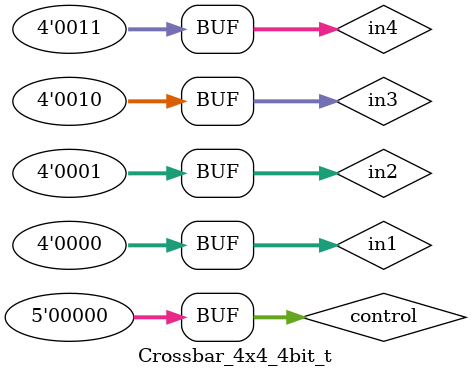
<source format=v>
`timescale 1ns / 1ps


module Crossbar_4x4_4bit_t();
//I/O signals
reg [4-1:0] in1=4'b0000, in2=4'b0001, in3=4'b0010, in4=4'b0011;
reg [5-1:0] control=5'b00000;
wire [4-1:0] out1, out2, out3, out4;

//test instance
Crossbar_4x4_4bit cross4x4(
    .in1(in1), .in2(in2), 
    .in3(in3), .in4(in4), 
    .out1(out1), .out2(out2),
     .out3(out3), .out4(out4), .control(control));

// uncommment and add "+access+r" to    your nverilog command to dump fsdb waveform on NTHUCAD
// initial begin
//      $fsdbDumpfile("DFF.fsdb");
//      $fsdbDumpvars;
// end

initial begin
    repeat (2**5) begin
        #1 control = control + 1;
        in1 = in1 + 1;
        in2 = in2 + 1;
        in3 = in3 + 1;
        in4 = in4 + 1;
    end
end

endmodule

</source>
